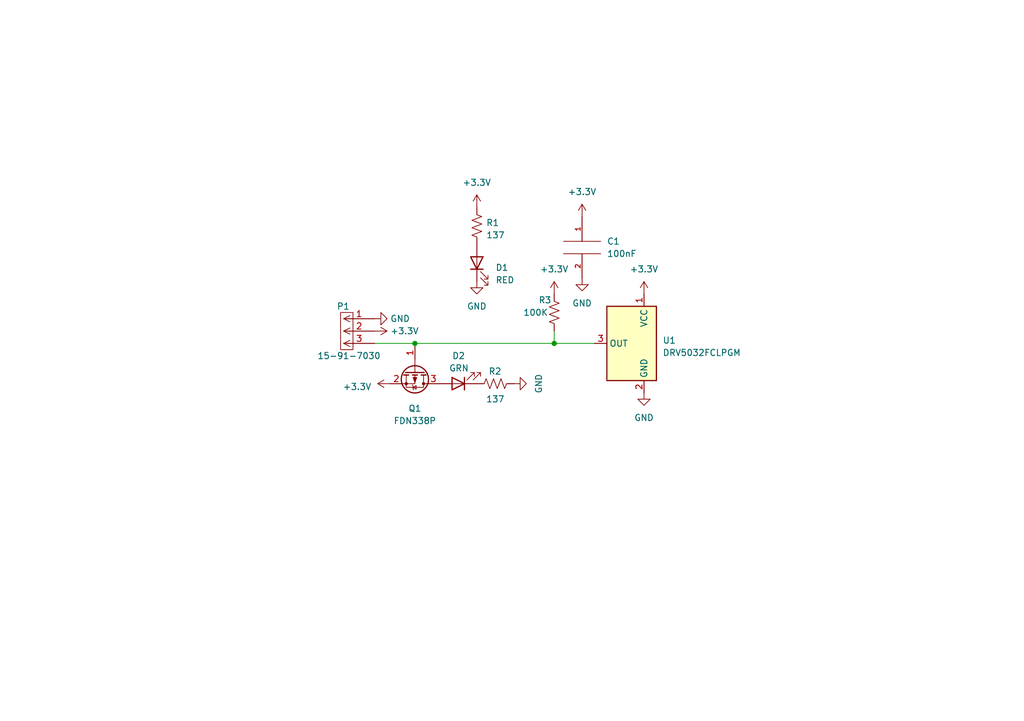
<source format=kicad_sch>
(kicad_sch (version 20230121) (generator eeschema)
  (paper "A5")
  (title_block (title "MAVprox-Hall Effect Magnetic Proximity Sensor") (date "2023-11-09") (rev "1") (company "4272 Maverick Robotics"))
  (lib_symbols
    (symbol "Device:LED" (pin_numbers hide) (pin_names (offset 1.016) hide)
      (property "Reference" "D" (at 0 2.54 0))
      (property "Value" "LED" (at 0 -2.54 0))
      (symbol "LED_0_1"
        (polyline (pts (xy -1.27 -1.27) (xy -1.27 1.27)) (stroke (width 0.254)))
        (polyline (pts (xy -1.27 0) (xy 1.27 0)))
        (polyline (pts (xy 1.27 -1.27) (xy 1.27 1.27) (xy -1.27 0) (xy 1.27 -1.27)) (stroke (width 0.254)))
        (polyline (pts (xy -3.048 -0.762) (xy -4.572 -2.286) (xy -3.81 -2.286) (xy -4.572 -2.286) (xy -4.572 -1.524)))
        (polyline (pts (xy -1.778 -0.762) (xy -3.302 -2.286) (xy -2.54 -2.286) (xy -3.302 -2.286) (xy -3.302 -1.524)))
      )
      (symbol "LED_1_1"
        (pin passive line (at -3.81 0 0) (length 2.54) (name "K") (number "1"))
        (pin passive line (at 3.81 0 180) (length 2.54) (name "A") (number "2"))
      )
    )
    (symbol "Device:R_US" (pin_numbers hide) (pin_names (offset 0))
      (property "Reference" "R" (at 2.54 0 90))
      (property "Value" "R_US" (at -2.54 0 90))
      (symbol "R_US_0_1"
        (polyline (pts (xy 0 -2.286) (xy 0 -2.54)))
        (polyline (pts (xy 0 2.286) (xy 0 2.54)))
        (polyline (pts (xy 0 -0.762) (xy 1.016 -1.143) (xy 0 -1.524) (xy -1.016 -1.905) (xy 0 -2.286)))
        (polyline (pts (xy 0 0.762) (xy 1.016 0.381) (xy 0 0) (xy -1.016 -0.381) (xy 0 -0.762)))
        (polyline (pts (xy 0 2.286) (xy 1.016 1.905) (xy 0 1.524) (xy -1.016 1.143) (xy 0 0.762)))
      )
      (symbol "R_US_1_1"
        (pin passive line (at 0 3.81 270) (length 1.27) (name "~") (number "1"))
        (pin passive line (at 0 -3.81 90) (length 1.27) (name "~") (number "2"))
      )
    )
    (symbol "Sensor_Magnetic:DRV5033FAxLPG"
      (property "Reference" "U" (at 5.08 12.7 0))
      (property "Value" "DRV5033FAxLPG" (at 7.62 10.16 0))
      (symbol "DRV5033FAxLPG_1_1"
        (rectangle (start -5.08 7.62) (end 5.08 -7.62) (stroke (width 0.254)) (fill (type background)))
        (pin power_in line (at -2.54 10.16 270) (length 2.54) (name "VCC") (number "1"))
        (pin power_in line (at -2.54 -10.16 90) (length 2.54) (name "GND") (number "2"))
        (pin output line (at 7.62 0 180) (length 2.54) (name "OUT") (number "3"))
      )
    )
    (symbol "Transistor_FET:FDN340P" (pin_names hide)
      (property "Reference" "Q" (at 5.08 1.905 0))
      (property "Value" "FDN340P" (at 5.08 0 0))
      (symbol "FDN340P_0_1"
        (polyline (pts (xy 0.254 0) (xy -2.54 0)))
        (polyline (pts (xy 0.254 1.905) (xy 0.254 -1.905)) (stroke (width 0.254)))
        (polyline (pts (xy 0.762 -1.27) (xy 0.762 -2.286)) (stroke (width 0.254)))
        (polyline (pts (xy 0.762 0.508) (xy 0.762 -0.508)) (stroke (width 0.254)))
        (polyline (pts (xy 0.762 2.286) (xy 0.762 1.27)) (stroke (width 0.254)))
        (polyline (pts (xy 2.54 2.54) (xy 2.54 1.778)))
        (polyline (pts (xy 2.54 -2.54) (xy 2.54 0) (xy 0.762 0)))
        (polyline (pts (xy 0.762 1.778) (xy 3.302 1.778) (xy 3.302 -1.778) (xy 0.762 -1.778)))
        (polyline (pts (xy 2.286 0) (xy 1.27 0.381) (xy 1.27 -0.381) (xy 2.286 0)) (fill (type outline)))
        (polyline (pts (xy 2.794 -0.508) (xy 2.921 -0.381) (xy 3.683 -0.381) (xy 3.81 -0.254)))
        (polyline (pts (xy 3.302 -0.381) (xy 2.921 0.254) (xy 3.683 0.254) (xy 3.302 -0.381)))
        (circle (center 1.651 0) (radius 2.794) (stroke (width 0.254)))
        (circle (center 2.54 -1.778) (radius 0.254) (fill (type outline)))
        (circle (center 2.54 1.778) (radius 0.254) (fill (type outline)))
      )
      (symbol "FDN340P_1_1"
        (pin input line (at -5.08 0 0) (length 2.54) (name "G") (number "1"))
        (pin passive line (at 2.54 -5.08 90) (length 2.54) (name "S") (number "2"))
        (pin passive line (at 2.54 5.08 270) (length 2.54) (name "D") (number "3"))
      )
    )
    (symbol "import:15-91-7030" (pin_names (offset 0.762))
      (property "Reference" "P?" (at 3.175 5.08 0))
      (property "Value" "15-91-7030" (at -6.985 -5.08 0))
      (symbol "15-91-7030_0_0"
        (pin passive line (at -1.27 2.54 0) (length 6.35) (name "") (number "1"))
        (pin passive line (at -1.27 0 0) (length 6.35) (name "") (number "2"))
        (pin passive line (at -1.27 -2.54 0) (length 6.35) (name "") (number "3"))
      )
      (symbol "15-91-7030_0_1"
        (polyline (pts (xy 5.08 -2.54) (xy 3.81 -3.175)))
        (polyline (pts (xy 5.08 -2.54) (xy 3.81 -1.905)))
        (polyline (pts (xy 5.08 0) (xy 3.81 -0.635)))
        (polyline (pts (xy 5.08 0) (xy 3.81 0.635)))
        (polyline (pts (xy 5.08 2.54) (xy 3.81 1.905)))
        (polyline (pts (xy 5.08 2.54) (xy 3.81 3.175)))
        (polyline (pts (xy 3.175 3.81) (xy 5.715 3.81) (xy 5.715 -3.81) (xy 3.175 -3.81) (xy 3.175 3.81)) (stroke (width 0.1524)))
      )
    )
    (symbol "power:+3.3V" (power) (pin_names (offset 0))
      (property "Value" "+3.3V" (at 0 3.556 0))
      (symbol "+3.3V_0_1"
        (polyline (pts (xy -0.762 1.27) (xy 0 2.54)))
        (polyline (pts (xy 0 0) (xy 0 2.54)))
        (polyline (pts (xy 0 2.54) (xy 0.762 1.27)))
      )
      (symbol "+3.3V_1_1"
        (pin power_in line (at 0 0 90) (length 0) hide (name "+3.3V") (number "1"))
      )
    )
    (symbol "power:GND" (power) (pin_names (offset 0))
      (property "Value" "GND" (at 0 -3.81 0))
      (symbol "GND_0_1"
        (polyline (pts (xy 0 0) (xy 0 -1.27) (xy 1.27 -1.27) (xy 0 -2.54) (xy -1.27 -1.27) (xy 0 -1.27)))
      )
      (symbol "GND_1_1"
        (pin power_in line (at 0 0 270) (length 0) hide (name "GND") (number "1"))
      )
    )
    (symbol "pspice:C" (pin_names (offset 0.254))
      (property "Reference" "C" (at 2.54 3.81 90))
      (property "Value" "C" (at 2.54 -3.81 90))
      (symbol "C_0_1"
        (polyline (pts (xy -3.81 -1.27) (xy 3.81 -1.27)))
        (polyline (pts (xy -3.81 1.27) (xy 3.81 1.27)))
      )
      (symbol "C_1_1"
        (pin passive line (at 0 6.35 270) (length 5.08) (name "~") (number "1"))
        (pin passive line (at 0 -6.35 90) (length 5.08) (name "~") (number "2"))
      )
    )
  )
  (junction (at 113.665 70.485))
  (junction (at 85.09 70.485))
  (wire (pts (xy 113.665 67.945) (xy 113.665 70.485)))
  (wire (pts (xy 85.09 71.12) (xy 85.09 70.485)))
  (wire (pts (xy 121.92 70.485) (xy 113.665 70.485)))
  (wire (pts (xy 85.09 70.485) (xy 113.665 70.485)))
  (wire (pts (xy 85.09 70.485) (xy 76.835 70.485)))
  (symbol (lib_id "power:+3.3V") (at 76.835 67.945 270) (unit 1)
    (property "Reference" "#PWR0113" (effects hide))
    (property "Value" "+3.3V" (at 80.01 67.9449 90) (effects (justify left)))
  )
  (symbol (lib_id "Device:LED") (at 93.98 78.74 180) (unit 1)
    (property "Reference" "D2" (at 92.71 73.025 0) (effects (justify right)))
    (property "Value" "GRN" (at 92.075 75.565 0) (effects (justify right)))
    (property "Footprint" "LED_THT:LED_D3.0mm" (effects hide))
  )
  (symbol (lib_id "power:GND") (at 119.38 57.15 0) (unit 1)
    (property "Reference" "#PWR03" (effects hide))
    (property "Value" "GND" (at 119.38 62.23 0))
  )
  (symbol (lib_id "Device:R_US") (at 97.79 46.355 0) (unit 1)
    (property "Reference" "R1" (at 99.695 45.72 0) (effects (justify left)))
    (property "Value" "137" (at 99.695 48.26 0) (effects (justify left)))
    (property "Footprint" "Resistor_SMD:R_0603_1608Metric_Pad0.98x0.95mm_HandSolder" (effects hide))
  )
  (symbol (lib_id "power:GND") (at 105.41 78.74 90) (unit 1)
    (property "Reference" "#PWR06" (effects hide))
    (property "Value" "GND" (at 110.49 78.74 0))
  )
  (symbol (lib_id "power:GND") (at 132.08 80.645 0) (mirror y) (unit 1)
    (property "Reference" "#PWR01" (effects hide))
    (property "Value" "GND" (at 132.08 85.725 0))
  )
  (symbol (lib_id "Device:LED") (at 97.79 53.975 90) (unit 1)
    (property "Reference" "D1" (at 101.6 54.9275 90) (effects (justify right)))
    (property "Value" "RED" (at 101.6 57.4675 90) (effects (justify right)))
    (property "Footprint" "LED_THT:LED_D3.0mm" (effects hide))
  )
  (symbol (lib_id "power:GND") (at 97.79 57.785 0) (unit 1)
    (property "Reference" "#PWR0105" (effects hide))
    (property "Value" "GND" (at 97.79 62.865 0))
  )
  (symbol (lib_id "power:+3.3V") (at 132.08 60.325 0) (mirror y) (unit 1)
    (property "Reference" "#PWR02" (effects hide))
    (property "Value" "+3.3V" (at 132.08 55.245 0))
  )
  (symbol (lib_id "power:GND") (at 76.835 65.405 90) (unit 1)
    (property "Reference" "#PWR0114" (effects hide))
    (property "Value" "GND" (at 80.01 65.4049 90) (effects (justify right)))
  )
  (symbol (lib_id "power:+3.3V") (at 119.38 44.45 0) (unit 1)
    (property "Reference" "#PWR0102" (effects hide))
    (property "Value" "+3.3V" (at 119.38 39.37 0))
  )
  (symbol (lib_id "Sensor_Magnetic:DRV5033FAxLPG") (at 129.54 70.485 0) (mirror y) (unit 1)
    (property "Reference" "U1" (at 135.89 69.85 0) (effects (justify right)))
    (property "Value" "DRV5032FCLPGM" (at 135.89 72.39 0) (effects (justify right)))
    (property "Footprint" "Package_TO_SOT_THT:TO-92_Inline" (effects hide))
    (property "Datasheet" "https://www.ti.com/lit/ds/symlink/drv5033.pdf" (effects hide))
  )
  (symbol (lib_id "power:+3.3V") (at 113.665 60.325 0) (unit 1)
    (property "Reference" "#PWR04" (effects hide))
    (property "Value" "+3.3V" (at 113.665 55.245 0))
  )
  (symbol (lib_id "Transistor_FET:FDN340P") (at 85.09 76.2 270) (unit 1)
    (property "Reference" "Q1" (at 85.09 83.82 90))
    (property "Value" "FDN338P" (at 85.09 86.36 90))
    (property "Footprint" "Package_TO_SOT_SMD:SOT-23" (effects hide))
    (property "Datasheet" "https://www.onsemi.com/pub/Collateral/FDN340P-D.PDF" (effects hide))
  )
  (symbol (lib_id "Device:R_US") (at 113.665 64.135 180) (unit 1)
    (property "Reference" "R3" (at 111.76 61.595 0))
    (property "Value" "100K" (at 109.855 64.135 0))
    (property "Footprint" "Resistor_SMD:R_0603_1608Metric_Pad0.98x0.95mm_HandSolder" (effects hide))
  )
  (symbol (lib_id "power:+3.3V") (at 97.79 42.545 0) (unit 1)
    (property "Reference" "#PWR0107" (effects hide))
    (property "Value" "+3.3V" (at 97.79 37.465 0))
  )
  (symbol (lib_id "pspice:C") (at 119.38 50.8 0) (unit 1)
    (property "Reference" "C1" (at 124.46 49.5299 0) (effects (justify left)))
    (property "Value" "100nF" (at 124.46 52.0699 0) (effects (justify left)))
    (property "Footprint" "Capacitor_SMD:C_0603_1608Metric_Pad1.08x0.95mm_HandSolder" (effects hide))
  )
  (symbol (lib_id "import:15-91-7030") (at 75.565 67.945 0) (mirror y) (unit 1)
    (property "Reference" "P1" (at 71.755 62.865 0) (effects (justify left)))
    (property "Value" "15-91-7030" (at 78.105 73.025 0) (effects (justify left)))
    (property "Footprint" "Library Loader:705550037" (effects hide))
    (property "Datasheet" "https://componentsearchengine.com/Datasheets/1/15-91-7030.pdf" (effects hide))
    (property "Description" "2.54mm Pitch SL Wire-to-Board Header, Low Profile, Surface Mount, Single Row, Right-Angle, 3.05mm Pocket, Shrouded, with Press-fit Plastic Peg,  Circuits, Tin (Sn) Plating, Embossed Tape Packaging" (effects hide))
    (property "Height" "7.38" (effects hide))
    (property "Mouser Part Number" "538-15-91-7030" (effects hide))
    (property "Mouser Price/Stock" "https://www.mouser.com/Search/Refine.aspx?Keyword=538-15-91-7030" (effects hide))
    (property "Manufacturer_Name" "Molex" (effects hide))
    (property "Manufacturer_Part_Number" "15-91-7030" (effects hide))
  )
  (symbol (lib_id "power:+3.3V") (at 80.01 78.74 90) (unit 1)
    (property "Reference" "#PWR05" (effects hide))
    (property "Value" "+3.3V" (at 76.2 79.375 90) (effects (justify left)))
  )
  (symbol (lib_id "Device:R_US") (at 101.6 78.74 90) (unit 1)
    (property "Reference" "R2" (at 102.87 76.2 90) (effects (justify left)))
    (property "Value" "137" (at 103.505 81.915 90) (effects (justify left)))
    (property "Footprint" "Resistor_SMD:R_0603_1608Metric_Pad0.98x0.95mm_HandSolder" (effects hide))
  )
)
</source>
